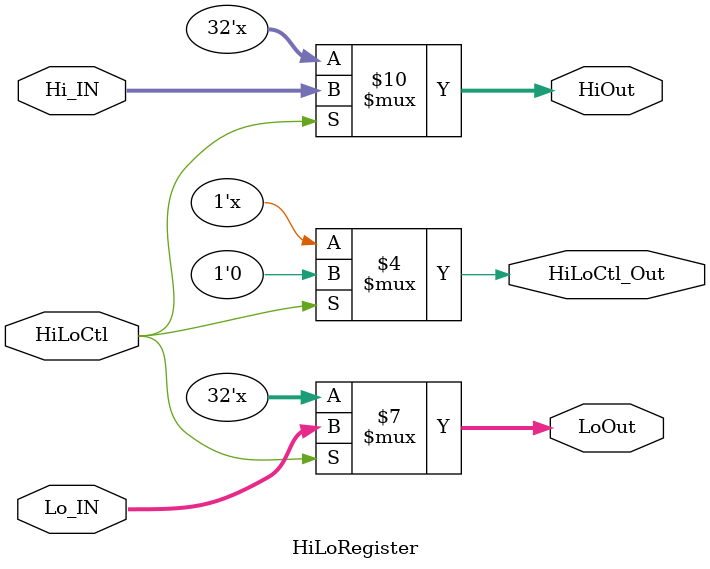
<source format=v>
`timescale 1ns / 1ps
 
module HiLoRegister(Hi_IN, Lo_IN, HiOut, LoOut, HiLoCtl, HiLoCtl_Out);
   
    input [31:0] Hi_IN;
    input [31:0] Lo_IN;
    input HiLoCtl;
    output reg [31:0] HiOut;
    output reg [31:0] LoOut;
    output reg HiLoCtl_Out;
   
    always @(Hi_IN, Lo_IN, HiLoCtl) begin
       
        if (HiLoCtl == 1) begin
            HiOut[31:0] = Hi_IN;
            LoOut[31:0] = Lo_IN;
            HiLoCtl_Out <= 0; // reset to 0
        end 
        
    end
   
endmodule
</source>
